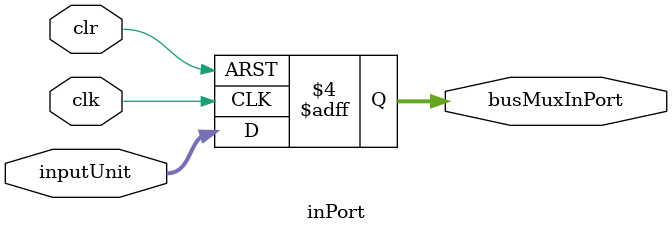
<source format=v>

module inPort #(parameter VAL = 0)(
	input wire clk, 
	input wire clr,
	input wire [31:0] inputUnit,
	output reg [31:0] busMuxInPort
);
	always@(posedge clk or negedge clr)
		begin
			if(clr == 0)
				busMuxInPort <= 0;
			else
				busMuxInPort <= inputUnit;
		end
		initial busMuxInPort = VAL;
endmodule
</source>
